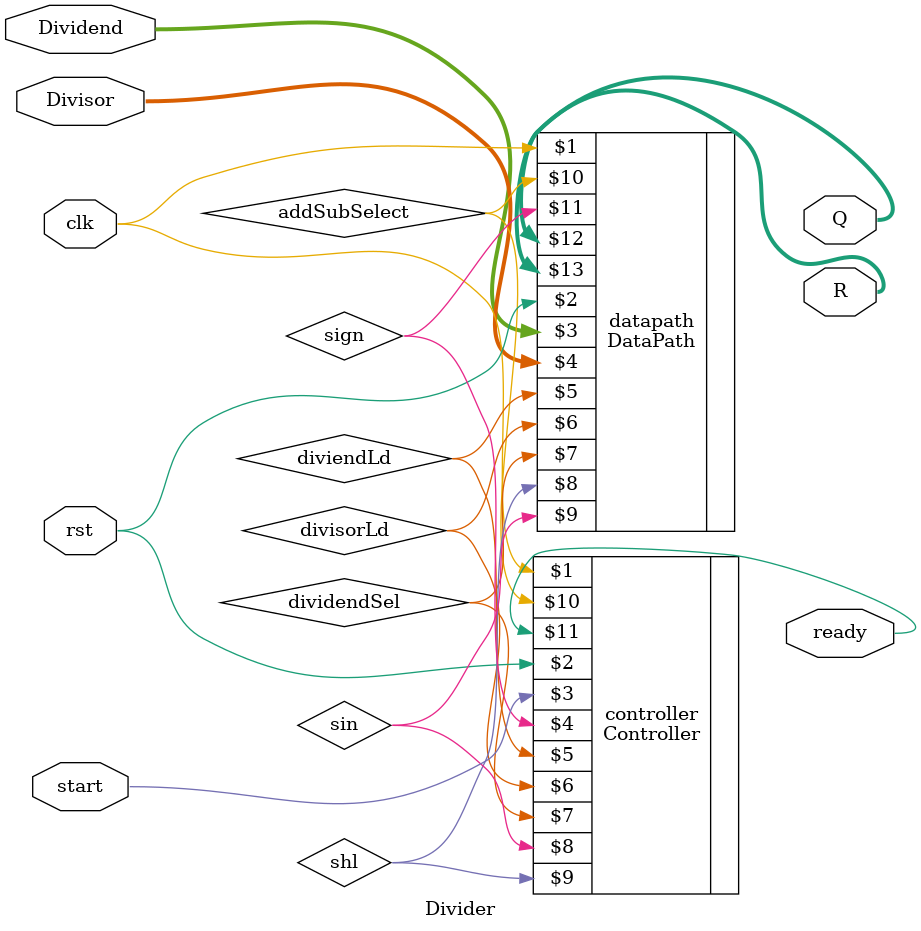
<source format=v>
`timescale 1ns/1ns
module Divider (clk, rst, start, Dividend, Divisor, Q, R, ready);
    input clk, rst, start;
    input [9:0] Dividend;
    input [4:0] Divisor;
    output [4:0] Q, R;
    output ready;
    wire diviendLd, divisorLd, dividendSel, shl, sin, addSubSelect, sign;
    Controller controller(clk, rst,start, sign,  diviendLd, divisorLd, dividendSel, sin, shl, addSubSelect, ready);
    DataPath datapath(clk,rst,Dividend, Divisor, diviendLd, divisorLd, dividendSel, shl, sin, addSubSelect, sign, Q, R);
endmodule

</source>
